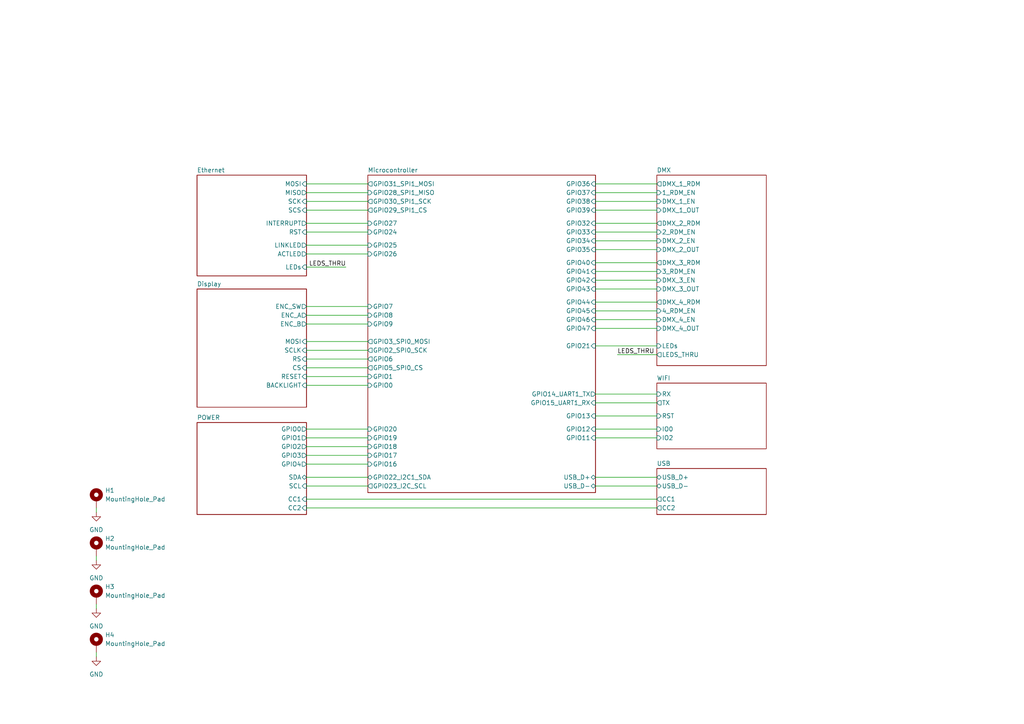
<source format=kicad_sch>
(kicad_sch (version 20250114) (generator "eeschema") (generator_version "9.0")
  (paper "A4")
  (title_block (title "GrandNA3_4Port_Node"))
  (lib_symbols
    (symbol "Mechanical:MountingHole_Pad" (pin_numbers (hide yes)) (pin_names (offset 1.016) (hide yes)) (in_bom no)
      (property "Reference" "H" (at 0 6.35 0))
      (property "Value" "MountingHole_Pad" (at 0 4.445 0))
      (symbol "MountingHole_Pad_0_1"
        (circle (center 0 1.27) (radius 1.27) (stroke (width 1.27)))
      )
      (symbol "MountingHole_Pad_1_1"
        (pin input line (at 0 -2.54 90) (length 2.54) (name "1") (number "1"))
      )
    )
    (symbol "power:GND" (power) (pin_numbers (hide yes)) (pin_names (offset 0) (hide yes))
      (property "Value" "GND" (at 0 -3.81 0))
      (symbol "GND_0_1"
        (polyline (pts (xy 0 0) (xy 0 -1.27) (xy 1.27 -1.27) (xy 0 -2.54) (xy -1.27 -1.27) (xy 0 -1.27)))
      )
      (symbol "GND_1_1"
        (pin power_in line (at 0 0 270) (length 0) (name "~") (number "1"))
      )
    )
  )
  (wire (pts (xy 88.9 64.77) (xy 106.68 64.77)))
  (wire (pts (xy 88.9 132.08) (xy 106.68 132.08)))
  (wire (pts (xy 172.72 138.43) (xy 190.5 138.43)))
  (wire (pts (xy 88.9 109.22) (xy 106.68 109.22)))
  (wire (pts (xy 88.9 55.88) (xy 106.68 55.88)))
  (wire (pts (xy 172.72 76.2) (xy 190.5 76.2)))
  (wire (pts (xy 172.72 64.77) (xy 190.5 64.77)))
  (wire (pts (xy 172.72 114.3) (xy 190.5 114.3)))
  (wire (pts (xy 172.72 58.42) (xy 190.5 58.42)))
  (wire (pts (xy 172.72 81.28) (xy 190.5 81.28)))
  (wire (pts (xy 100.33 77.47) (xy 88.9 77.47)))
  (wire (pts (xy 172.72 72.39) (xy 190.5 72.39)))
  (wire (pts (xy 88.9 58.42) (xy 106.68 58.42)))
  (wire (pts (xy 88.9 71.12) (xy 106.68 71.12)))
  (wire (pts (xy 88.9 134.62) (xy 106.68 134.62)))
  (wire (pts (xy 172.72 53.34) (xy 190.5 53.34)))
  (wire (pts (xy 88.9 124.46) (xy 106.68 124.46)))
  (wire (pts (xy 27.94 190.5) (xy 27.94 189.23)))
  (wire (pts (xy 172.72 78.74) (xy 190.5 78.74)))
  (wire (pts (xy 88.9 144.78) (xy 190.5 144.78)))
  (wire (pts (xy 88.9 53.34) (xy 106.68 53.34)))
  (wire (pts (xy 88.9 60.96) (xy 106.68 60.96)))
  (wire (pts (xy 172.72 100.33) (xy 190.5 100.33)))
  (wire (pts (xy 88.9 127) (xy 106.68 127)))
  (wire (pts (xy 88.9 147.32) (xy 190.5 147.32)))
  (wire (pts (xy 172.72 116.84) (xy 190.5 116.84)))
  (wire (pts (xy 172.72 69.85) (xy 190.5 69.85)))
  (wire (pts (xy 88.9 129.54) (xy 106.68 129.54)))
  (wire (pts (xy 179.07 102.87) (xy 190.5 102.87)))
  (wire (pts (xy 172.72 92.71) (xy 190.5 92.71)))
  (wire (pts (xy 172.72 127) (xy 190.5 127)))
  (wire (pts (xy 88.9 73.66) (xy 106.68 73.66)))
  (wire (pts (xy 88.9 138.43) (xy 106.68 138.43)))
  (wire (pts (xy 172.72 140.97) (xy 190.5 140.97)))
  (wire (pts (xy 88.9 111.76) (xy 106.68 111.76)))
  (wire (pts (xy 88.9 99.06) (xy 106.68 99.06)))
  (wire (pts (xy 88.9 101.6) (xy 106.68 101.6)))
  (wire (pts (xy 88.9 140.97) (xy 106.68 140.97)))
  (wire (pts (xy 88.9 67.31) (xy 106.68 67.31)))
  (wire (pts (xy 88.9 93.98) (xy 106.68 93.98)))
  (wire (pts (xy 88.9 91.44) (xy 106.68 91.44)))
  (wire (pts (xy 27.94 148.59) (xy 27.94 147.32)))
  (wire (pts (xy 172.72 67.31) (xy 190.5 67.31)))
  (wire (pts (xy 172.72 120.65) (xy 190.5 120.65)))
  (wire (pts (xy 172.72 124.46) (xy 190.5 124.46)))
  (wire (pts (xy 88.9 106.68) (xy 106.68 106.68)))
  (wire (pts (xy 172.72 83.82) (xy 190.5 83.82)))
  (wire (pts (xy 172.72 95.25) (xy 190.5 95.25)))
  (wire (pts (xy 172.72 55.88) (xy 190.5 55.88)))
  (wire (pts (xy 88.9 104.14) (xy 106.68 104.14)))
  (wire (pts (xy 172.72 90.17) (xy 190.5 90.17)))
  (wire (pts (xy 172.72 60.96) (xy 190.5 60.96)))
  (wire (pts (xy 27.94 176.53) (xy 27.94 175.26)))
  (wire (pts (xy 27.94 162.56) (xy 27.94 161.29)))
  (wire (pts (xy 172.72 87.63) (xy 190.5 87.63)))
  (wire (pts (xy 88.9 88.9) (xy 106.68 88.9)))
  (label "LEDS_THRU" (at 179.07 102.87 0))
  (label "LEDS_THRU" (at 100.33 77.47 180))
  (symbol (lib_id "Mechanical:MountingHole_Pad") (at 27.94 144.78 0) (unit 1) (in_bom no)
    (property "Reference" "H1" (at 30.48 142.2399 0) (effects (justify left)))
    (property "Value" "MountingHole_Pad" (at 30.48 144.7799 0) (effects (justify left)))
    (property "Footprint" "MountingHole:MountingHole_3.2mm_M3_Pad" (effects (hide yes)))
    (property "Description" "Mounting Hole with connection" (effects (hide yes)))
  )
  (symbol (lib_id "Mechanical:MountingHole_Pad") (at 27.94 172.72 0) (unit 1) (in_bom no)
    (property "Reference" "H3" (at 30.48 170.1799 0) (effects (justify left)))
    (property "Value" "MountingHole_Pad" (at 30.48 172.7199 0) (effects (justify left)))
    (property "Footprint" "MountingHole:MountingHole_3.2mm_M3_Pad" (effects (hide yes)))
    (property "Description" "Mounting Hole with connection" (effects (hide yes)))
  )
  (symbol (lib_id "power:GND") (at 27.94 148.59 0) (unit 1)
    (property "Reference" "#PWR01" (effects (hide yes)))
    (property "Value" "GND" (at 27.94 153.67 0))
    (property "Description" "Power symbol creates a global label with name \"GND\" , ground" (effects (hide yes)))
  )
  (symbol (lib_id "Mechanical:MountingHole_Pad") (at 27.94 186.69 0) (unit 1) (in_bom no)
    (property "Reference" "H4" (at 30.48 184.1499 0) (effects (justify left)))
    (property "Value" "MountingHole_Pad" (at 30.48 186.6899 0) (effects (justify left)))
    (property "Footprint" "MountingHole:MountingHole_3.2mm_M3_Pad" (effects (hide yes)))
    (property "Description" "Mounting Hole with connection" (effects (hide yes)))
  )
  (symbol (lib_id "Mechanical:MountingHole_Pad") (at 27.94 158.75 0) (unit 1) (in_bom no)
    (property "Reference" "H2" (at 30.48 156.2099 0) (effects (justify left)))
    (property "Value" "MountingHole_Pad" (at 30.48 158.7499 0) (effects (justify left)))
    (property "Footprint" "MountingHole:MountingHole_3.2mm_M3_Pad" (effects (hide yes)))
    (property "Description" "Mounting Hole with connection" (effects (hide yes)))
  )
  (symbol (lib_id "power:GND") (at 27.94 176.53 0) (unit 1)
    (property "Reference" "#PWR03" (effects (hide yes)))
    (property "Value" "GND" (at 27.94 181.61 0))
    (property "Description" "Power symbol creates a global label with name \"GND\" , ground" (effects (hide yes)))
  )
  (symbol (lib_id "power:GND") (at 27.94 190.5 0) (unit 1)
    (property "Reference" "#PWR04" (effects (hide yes)))
    (property "Value" "GND" (at 27.94 195.58 0))
    (property "Description" "Power symbol creates a global label with name \"GND\" , ground" (effects (hide yes)))
  )
  (symbol (lib_id "power:GND") (at 27.94 162.56 0) (unit 1)
    (property "Reference" "#PWR02" (effects (hide yes)))
    (property "Value" "GND" (at 27.94 167.64 0))
    (property "Description" "Power symbol creates a global label with name \"GND\" , ground" (effects (hide yes)))
  )
  (sheet (at 106.68 50.8) (size 66.04 92.075) (stroke (width 0.1524))
    (property "Sheetname" "Microcontroller" (at 106.68 50.0884 0) (effects (justify left bottom)))
    (property "Sheetfile" "Microcontroller.kicad_sch" (effects (hide yes)))
    (pin "USB_D+" bidirectional (at 172.72 138.43 0))
    (pin "USB_D-" bidirectional (at 172.72 140.97 0))
    (pin "GPIO46" input (at 172.72 92.71 0))
    (pin "GPIO44" input (at 172.72 87.63 0))
    (pin "GPIO40" input (at 172.72 76.2 0))
    (pin "GPIO47" input (at 172.72 95.25 0))
    (pin "GPIO45" input (at 172.72 90.17 0))
    (pin "GPIO41" input (at 172.72 78.74 0))
    (pin "GPIO42" input (at 172.72 81.28 0))
    (pin "GPIO43" input (at 172.72 83.82 0))
    (pin "GPIO30_SPI1_SCK" output (at 106.68 58.42 180))
    (pin "GPIO29_SPI1_CS" output (at 106.68 60.96 180))
    (pin "GPIO31_SPI1_MOSI" output (at 106.68 53.34 180))
    (pin "GPIO28_SPI1_MISO" input (at 106.68 55.88 180))
    (pin "GPIO25" input (at 106.68 71.12 180))
    (pin "GPIO27" input (at 106.68 64.77 180))
    (pin "GPIO26" input (at 106.68 73.66 180))
    (pin "GPIO24" input (at 106.68 67.31 180))
    (pin "GPIO35" input (at 172.72 72.39 0))
    (pin "GPIO32" input (at 172.72 64.77 0))
    (pin "GPIO33" input (at 172.72 67.31 0))
    (pin "GPIO34" input (at 172.72 69.85 0))
    (pin "GPIO37" input (at 172.72 55.88 0))
    (pin "GPIO38" input (at 172.72 58.42 0))
    (pin "GPIO36" input (at 172.72 53.34 0))
    (pin "GPIO39" input (at 172.72 60.96 0))
    (pin "GPIO2_SPI0_SCK" output (at 106.68 101.6 180))
    (pin "GPIO5_SPI0_CS" output (at 106.68 106.68 180))
    (pin "GPIO3_SPI0_MOSI" output (at 106.68 99.06 180))
    (pin "GPIO1" input (at 106.68 109.22 180))
    (pin "GPIO0" input (at 106.68 111.76 180))
    (pin "GPIO21" input (at 172.72 100.33 0))
    (pin "GPIO6" output (at 106.68 104.14 180))
    (pin "GPIO9" input (at 106.68 93.98 180))
    (pin "GPIO8" input (at 106.68 91.44 180))
    (pin "GPIO7" input (at 106.68 88.9 180))
    (pin "GPIO22_I2C1_SDA" bidirectional (at 106.68 138.43 180))
    (pin "GPIO23_I2C_SCL" output (at 106.68 140.97 180))
    (pin "GPIO20" input (at 106.68 124.46 180))
    (pin "GPIO19" input (at 106.68 127 180))
    (pin "GPIO16" input (at 106.68 134.62 180))
    (pin "GPIO18" input (at 106.68 129.54 180))
    (pin "GPIO17" input (at 106.68 132.08 180))
    (pin "GPIO15_UART1_RX" input (at 172.72 116.84 0))
    (pin "GPIO14_UART1_TX" output (at 172.72 114.3 0))
    (pin "GPIO11" input (at 172.72 127 0))
    (pin "GPIO13" input (at 172.72 120.65 0))
    (pin "GPIO12" input (at 172.72 124.46 0))
  )
  (sheet (at 190.5 135.89) (size 31.75 13.335) (stroke (width 0.1524))
    (property "Sheetname" "USB" (at 190.5 135.1784 0) (effects (justify left bottom)))
    (property "Sheetfile" "USB.kicad_sch" (effects (hide yes)))
    (pin "USB_D+" bidirectional (at 190.5 138.43 180))
    (pin "USB_D-" bidirectional (at 190.5 140.97 180))
    (pin "CC1" output (at 190.5 144.78 180))
    (pin "CC2" output (at 190.5 147.32 180))
  )
  (sheet (at 57.15 50.8) (size 31.75 29.21) (stroke (width 0.1524))
    (property "Sheetname" "Ethernet" (at 57.15 50.0884 0) (effects (justify left bottom)))
    (property "Sheetfile" "Ethernet.kicad_sch" (effects (hide yes)))
    (pin "MISO" output (at 88.9 55.88 0))
    (pin "RST" input (at 88.9 67.31 0))
    (pin "SCS" input (at 88.9 60.96 0))
    (pin "SCK" input (at 88.9 58.42 0))
    (pin "INTERRUPT" output (at 88.9 64.77 0))
    (pin "MOSI" input (at 88.9 53.34 0))
    (pin "LEDs" input (at 88.9 77.47 0))
    (pin "LINKLED" output (at 88.9 71.12 0))
    (pin "ACTLED" output (at 88.9 73.66 0))
  )
  (sheet (at 57.15 83.82) (size 31.75 34.29) (stroke (width 0.1524))
    (property "Sheetname" "Display" (at 57.15 83.1084 0) (effects (justify left bottom)))
    (property "Sheetfile" "Display.kicad_sch" (effects (hide yes)))
    (pin "ENC_B" output (at 88.9 93.98 0))
    (pin "RESET" input (at 88.9 109.22 0))
    (pin "ENC_SW" output (at 88.9 88.9 0))
    (pin "CS" input (at 88.9 106.68 0))
    (pin "BACKLIGHT" input (at 88.9 111.76 0))
    (pin "RS" input (at 88.9 104.14 0))
    (pin "SCLK" input (at 88.9 101.6 0))
    (pin "ENC_A" output (at 88.9 91.44 0))
    (pin "MOSI" input (at 88.9 99.06 0))
  )
  (sheet (at 57.15 122.555) (size 31.75 26.67) (stroke (width 0.1524))
    (property "Sheetname" "POWER" (at 57.15 121.8434 0) (effects (justify left bottom)))
    (property "Sheetfile" "POWER.kicad_sch" (effects (hide yes)))
    (pin "CC2" input (at 88.9 147.32 0))
    (pin "CC1" input (at 88.9 144.78 0))
    (pin "SCL" input (at 88.9 140.97 0))
    (pin "SDA" bidirectional (at 88.9 138.43 0))
    (pin "GPIO0" output (at 88.9 124.46 0))
    (pin "GPIO1" output (at 88.9 127 0))
    (pin "GPIO4" output (at 88.9 134.62 0))
    (pin "GPIO3" output (at 88.9 132.08 0))
    (pin "GPIO2" output (at 88.9 129.54 0))
  )
  (sheet (at 190.5 111.125) (size 31.75 19.05) (stroke (width 0.1524))
    (property "Sheetname" "WIFI" (at 190.5 110.4134 0) (effects (justify left bottom)))
    (property "Sheetfile" "WIFI.kicad_sch" (effects (hide yes)))
    (pin "RX" input (at 190.5 114.3 180))
    (pin "TX" output (at 190.5 116.84 180))
    (pin "RST" input (at 190.5 120.65 180))
    (pin "IO2" input (at 190.5 127 180))
    (pin "IO0" input (at 190.5 124.46 180))
  )
  (sheet (at 190.5 50.8) (size 31.75 55.245) (stroke (width 0.1524))
    (property "Sheetname" "DMX" (at 190.5 50.0884 0) (effects (justify left bottom)))
    (property "Sheetfile" "DMX.kicad_sch" (effects (hide yes)))
    (pin "DMX_2_EN" input (at 190.5 69.85 180))
    (pin "DMX_2_RDM" output (at 190.5 64.77 180))
    (pin "DMX_2_OUT" input (at 190.5 72.39 180))
    (pin "DMX_4_EN" input (at 190.5 92.71 180))
    (pin "DMX_4_RDM" output (at 190.5 87.63 180))
    (pin "DMX_4_OUT" input (at 190.5 95.25 180))
    (pin "DMX_1_OUT" input (at 190.5 60.96 180))
    (pin "DMX_1_EN" input (at 190.5 58.42 180))
    (pin "DMX_1_RDM" output (at 190.5 53.34 180))
    (pin "DMX_3_OUT" input (at 190.5 83.82 180))
    (pin "DMX_3_EN" input (at 190.5 81.28 180))
    (pin "DMX_3_RDM" output (at 190.5 76.2 180))
    (pin "LEDs" input (at 190.5 100.33 180))
    (pin "LEDS_THRU" output (at 190.5 102.87 180))
    (pin "3_RDM_EN" input (at 190.5 78.74 180))
    (pin "4_RDM_EN" input (at 190.5 90.17 180))
    (pin "1_RDM_EN" input (at 190.5 55.88 180))
    (pin "2_RDM_EN" input (at 190.5 67.31 180))
  )
)
</source>
